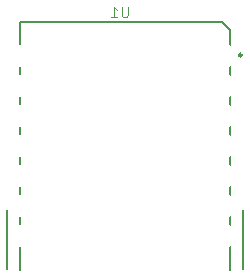
<source format=gbo>
G04 #@! TF.GenerationSoftware,KiCad,Pcbnew,(6.0.9)*
G04 #@! TF.CreationDate,2023-04-01T11:22:45+09:00*
G04 #@! TF.ProjectId,MainBoard,4d61696e-426f-4617-9264-2e6b69636164,rev?*
G04 #@! TF.SameCoordinates,Original*
G04 #@! TF.FileFunction,Legend,Bot*
G04 #@! TF.FilePolarity,Positive*
%FSLAX46Y46*%
G04 Gerber Fmt 4.6, Leading zero omitted, Abs format (unit mm)*
G04 Created by KiCad (PCBNEW (6.0.9)) date 2023-04-01 11:22:45*
%MOMM*%
%LPD*%
G01*
G04 APERTURE LIST*
%ADD10C,0.150000*%
%ADD11C,0.101600*%
%ADD12C,0.127000*%
%ADD13C,0.254000*%
%ADD14C,2.200000*%
%ADD15O,2.748280X1.998980*%
G04 APERTURE END LIST*
D10*
X137040600Y-117220490D02*
X137040600Y-112220490D01*
X157040600Y-112220490D02*
X157040600Y-117220490D01*
D11*
X147277243Y-95022976D02*
X147277243Y-95742643D01*
X147234910Y-95827310D01*
X147192576Y-95869643D01*
X147107910Y-95911976D01*
X146938576Y-95911976D01*
X146853910Y-95869643D01*
X146811576Y-95827310D01*
X146769243Y-95742643D01*
X146769243Y-95022976D01*
X145880243Y-95911976D02*
X146388243Y-95911976D01*
X146134243Y-95911976D02*
X146134243Y-95022976D01*
X146218910Y-95149976D01*
X146303576Y-95234643D01*
X146388243Y-95276976D01*
D12*
X138136630Y-96292130D02*
X155263850Y-96292130D01*
X155263850Y-96292130D02*
X155934410Y-96962690D01*
X155934410Y-96962690D02*
X155934410Y-117290310D01*
X138136630Y-117290310D02*
X138136630Y-96292130D01*
D13*
X156950410Y-99129310D02*
G75*
G03*
X156950410Y-99129310I-127000J0D01*
G01*
%LPC*%
D14*
X158540600Y-115220490D03*
X135540600Y-115220490D03*
D15*
X155101290Y-99172490D03*
X155101290Y-101712490D03*
X155101290Y-104252490D03*
X155101290Y-106792490D03*
X155101290Y-109332490D03*
X155101290Y-111872490D03*
X155101290Y-114412490D03*
X138936730Y-114412490D03*
X138936730Y-111872490D03*
X138936730Y-109332490D03*
X138936730Y-106792490D03*
X138936730Y-104252490D03*
X138936730Y-101712490D03*
X138936730Y-99172490D03*
M02*

</source>
